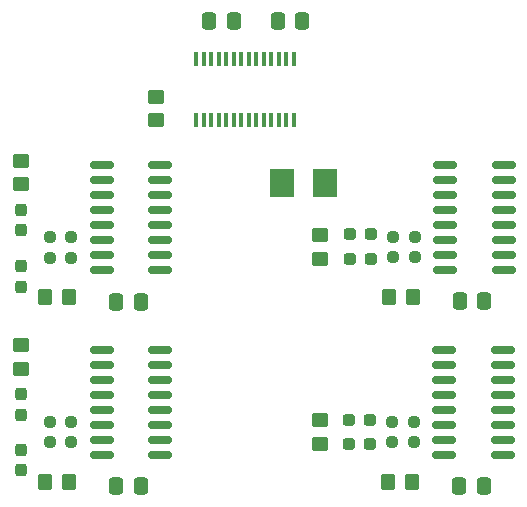
<source format=gbr>
%TF.GenerationSoftware,KiCad,Pcbnew,(6.0.4)*%
%TF.CreationDate,2022-04-04T02:46:47+02:00*%
%TF.ProjectId,Duino Coin,4475696e-6f20-4436-9f69-6e2e6b696361,rev?*%
%TF.SameCoordinates,Original*%
%TF.FileFunction,Paste,Bot*%
%TF.FilePolarity,Positive*%
%FSLAX46Y46*%
G04 Gerber Fmt 4.6, Leading zero omitted, Abs format (unit mm)*
G04 Created by KiCad (PCBNEW (6.0.4)) date 2022-04-04 02:46:47*
%MOMM*%
%LPD*%
G01*
G04 APERTURE LIST*
G04 Aperture macros list*
%AMRoundRect*
0 Rectangle with rounded corners*
0 $1 Rounding radius*
0 $2 $3 $4 $5 $6 $7 $8 $9 X,Y pos of 4 corners*
0 Add a 4 corners polygon primitive as box body*
4,1,4,$2,$3,$4,$5,$6,$7,$8,$9,$2,$3,0*
0 Add four circle primitives for the rounded corners*
1,1,$1+$1,$2,$3*
1,1,$1+$1,$4,$5*
1,1,$1+$1,$6,$7*
1,1,$1+$1,$8,$9*
0 Add four rect primitives between the rounded corners*
20,1,$1+$1,$2,$3,$4,$5,0*
20,1,$1+$1,$4,$5,$6,$7,0*
20,1,$1+$1,$6,$7,$8,$9,0*
20,1,$1+$1,$8,$9,$2,$3,0*%
G04 Aperture macros list end*
%ADD10RoundRect,0.250000X0.337500X0.475000X-0.337500X0.475000X-0.337500X-0.475000X0.337500X-0.475000X0*%
%ADD11RoundRect,0.250000X-0.337500X-0.475000X0.337500X-0.475000X0.337500X0.475000X-0.337500X0.475000X0*%
%ADD12RoundRect,0.237500X0.287500X0.237500X-0.287500X0.237500X-0.287500X-0.237500X0.287500X-0.237500X0*%
%ADD13RoundRect,0.237500X-0.237500X0.287500X-0.237500X-0.287500X0.237500X-0.287500X0.237500X0.287500X0*%
%ADD14RoundRect,0.237500X0.237500X-0.287500X0.237500X0.287500X-0.237500X0.287500X-0.237500X-0.287500X0*%
%ADD15RoundRect,0.237500X-0.250000X-0.237500X0.250000X-0.237500X0.250000X0.237500X-0.250000X0.237500X0*%
%ADD16RoundRect,0.237500X0.250000X0.237500X-0.250000X0.237500X-0.250000X-0.237500X0.250000X-0.237500X0*%
%ADD17RoundRect,0.249999X0.350001X0.450001X-0.350001X0.450001X-0.350001X-0.450001X0.350001X-0.450001X0*%
%ADD18RoundRect,0.249999X0.450001X-0.350001X0.450001X0.350001X-0.450001X0.350001X-0.450001X-0.350001X0*%
%ADD19RoundRect,0.249999X-0.450001X0.350001X-0.450001X-0.350001X0.450001X-0.350001X0.450001X0.350001X0*%
%ADD20RoundRect,0.150000X-0.825000X-0.150000X0.825000X-0.150000X0.825000X0.150000X-0.825000X0.150000X0*%
%ADD21R,0.400000X1.200000*%
%ADD22R,2.000000X2.400000*%
G04 APERTURE END LIST*
D10*
%TO.C,C2*%
X193569500Y-115697000D03*
X191494500Y-115697000D03*
%TD*%
%TO.C,C3*%
X164486500Y-131381500D03*
X162411500Y-131381500D03*
%TD*%
%TO.C,C4*%
X193506000Y-131381500D03*
X191431000Y-131381500D03*
%TD*%
%TO.C,C5*%
X164486500Y-115760500D03*
X162411500Y-115760500D03*
%TD*%
D11*
%TO.C,C21*%
X176064000Y-91948000D03*
X178139000Y-91948000D03*
%TD*%
D10*
%TO.C,C23*%
X172360500Y-91948000D03*
X170285500Y-91948000D03*
%TD*%
D12*
%TO.C,D1*%
X183945500Y-112141000D03*
X182195500Y-112141000D03*
%TD*%
%TO.C,D2*%
X183945500Y-110045500D03*
X182195500Y-110045500D03*
%TD*%
D13*
%TO.C,D3*%
X154368500Y-128284000D03*
X154368500Y-130034000D03*
%TD*%
D14*
%TO.C,D4*%
X154368500Y-125335000D03*
X154368500Y-123585000D03*
%TD*%
D12*
%TO.C,D5*%
X183882000Y-127825500D03*
X182132000Y-127825500D03*
%TD*%
%TO.C,D6*%
X183882000Y-125730000D03*
X182132000Y-125730000D03*
%TD*%
D13*
%TO.C,D7*%
X154305000Y-112726500D03*
X154305000Y-114476500D03*
%TD*%
D14*
%TO.C,D8*%
X154305000Y-109714000D03*
X154305000Y-107964000D03*
%TD*%
D15*
%TO.C,R1*%
X185841000Y-111950500D03*
X187666000Y-111950500D03*
%TD*%
%TO.C,R2*%
X156758000Y-127635000D03*
X158583000Y-127635000D03*
%TD*%
%TO.C,R3*%
X185777500Y-127635000D03*
X187602500Y-127635000D03*
%TD*%
%TO.C,R4*%
X156758000Y-112014000D03*
X158583000Y-112014000D03*
%TD*%
D16*
%TO.C,R5*%
X187666000Y-110236000D03*
X185841000Y-110236000D03*
%TD*%
%TO.C,R6*%
X158583000Y-125920500D03*
X156758000Y-125920500D03*
%TD*%
%TO.C,R7*%
X187602500Y-125920500D03*
X185777500Y-125920500D03*
%TD*%
%TO.C,R8*%
X158583000Y-110299500D03*
X156758000Y-110299500D03*
%TD*%
D17*
%TO.C,R9*%
X187499500Y-115316000D03*
X185499500Y-115316000D03*
%TD*%
D18*
%TO.C,R10*%
X179679600Y-112099600D03*
X179679600Y-110099600D03*
%TD*%
D17*
%TO.C,R11*%
X158416500Y-131000500D03*
X156416500Y-131000500D03*
%TD*%
D19*
%TO.C,R12*%
X154381200Y-119446800D03*
X154381200Y-121446800D03*
%TD*%
D17*
%TO.C,R13*%
X187436000Y-131000500D03*
X185436000Y-131000500D03*
%TD*%
D18*
%TO.C,R14*%
X179679600Y-127796800D03*
X179679600Y-125796800D03*
%TD*%
D17*
%TO.C,R15*%
X158416500Y-115379500D03*
X156416500Y-115379500D03*
%TD*%
D19*
%TO.C,R16*%
X154330400Y-103800400D03*
X154330400Y-105800400D03*
%TD*%
D18*
%TO.C,R29*%
X165735000Y-100377500D03*
X165735000Y-98377500D03*
%TD*%
D20*
%TO.C,U1*%
X190247500Y-113030000D03*
X190247500Y-111760000D03*
X190247500Y-110490000D03*
X190247500Y-109220000D03*
X190247500Y-107950000D03*
X190247500Y-106680000D03*
X190247500Y-105410000D03*
X190247500Y-104140000D03*
X195197500Y-104140000D03*
X195197500Y-105410000D03*
X195197500Y-106680000D03*
X195197500Y-107950000D03*
X195197500Y-109220000D03*
X195197500Y-110490000D03*
X195197500Y-111760000D03*
X195197500Y-113030000D03*
%TD*%
%TO.C,U2*%
X161164500Y-128714500D03*
X161164500Y-127444500D03*
X161164500Y-126174500D03*
X161164500Y-124904500D03*
X161164500Y-123634500D03*
X161164500Y-122364500D03*
X161164500Y-121094500D03*
X161164500Y-119824500D03*
X166114500Y-119824500D03*
X166114500Y-121094500D03*
X166114500Y-122364500D03*
X166114500Y-123634500D03*
X166114500Y-124904500D03*
X166114500Y-126174500D03*
X166114500Y-127444500D03*
X166114500Y-128714500D03*
%TD*%
%TO.C,U3*%
X190184000Y-128714500D03*
X190184000Y-127444500D03*
X190184000Y-126174500D03*
X190184000Y-124904500D03*
X190184000Y-123634500D03*
X190184000Y-122364500D03*
X190184000Y-121094500D03*
X190184000Y-119824500D03*
X195134000Y-119824500D03*
X195134000Y-121094500D03*
X195134000Y-122364500D03*
X195134000Y-123634500D03*
X195134000Y-124904500D03*
X195134000Y-126174500D03*
X195134000Y-127444500D03*
X195134000Y-128714500D03*
%TD*%
%TO.C,U4*%
X161164500Y-113093500D03*
X161164500Y-111823500D03*
X161164500Y-110553500D03*
X161164500Y-109283500D03*
X161164500Y-108013500D03*
X161164500Y-106743500D03*
X161164500Y-105473500D03*
X161164500Y-104203500D03*
X166114500Y-104203500D03*
X166114500Y-105473500D03*
X166114500Y-106743500D03*
X166114500Y-108013500D03*
X166114500Y-109283500D03*
X166114500Y-110553500D03*
X166114500Y-111823500D03*
X166114500Y-113093500D03*
%TD*%
D21*
%TO.C,U5*%
X177419000Y-100390000D03*
X176784000Y-100390000D03*
X176149000Y-100390000D03*
X175514000Y-100390000D03*
X174879000Y-100390000D03*
X174244000Y-100390000D03*
X173609000Y-100390000D03*
X172974000Y-100390000D03*
X172339000Y-100390000D03*
X171704000Y-100390000D03*
X171069000Y-100390000D03*
X170434000Y-100390000D03*
X169799000Y-100390000D03*
X169164000Y-100390000D03*
X169164000Y-95190000D03*
X169799000Y-95190000D03*
X170434000Y-95190000D03*
X171069000Y-95190000D03*
X171704000Y-95190000D03*
X172339000Y-95190000D03*
X172974000Y-95190000D03*
X173609000Y-95190000D03*
X174244000Y-95190000D03*
X174879000Y-95190000D03*
X175514000Y-95190000D03*
X176149000Y-95190000D03*
X176784000Y-95190000D03*
X177419000Y-95190000D03*
%TD*%
D22*
%TO.C,Y5*%
X180107200Y-105664000D03*
X176407200Y-105664000D03*
%TD*%
M02*

</source>
